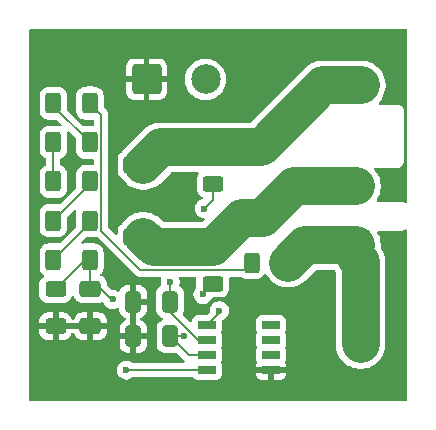
<source format=gbr>
%TF.GenerationSoftware,KiCad,Pcbnew,9.0.7*%
%TF.CreationDate,2026-02-01T23:09:28+05:00*%
%TF.ProjectId,HLT8012-Interface-board,484c5438-3031-4322-9d49-6e7465726661,rev?*%
%TF.SameCoordinates,Original*%
%TF.FileFunction,Copper,L1,Top*%
%TF.FilePolarity,Positive*%
%FSLAX46Y46*%
G04 Gerber Fmt 4.6, Leading zero omitted, Abs format (unit mm)*
G04 Created by KiCad (PCBNEW 9.0.7) date 2026-02-01 23:09:28*
%MOMM*%
%LPD*%
G01*
G04 APERTURE LIST*
G04 Aperture macros list*
%AMRoundRect*
0 Rectangle with rounded corners*
0 $1 Rounding radius*
0 $2 $3 $4 $5 $6 $7 $8 $9 X,Y pos of 4 corners*
0 Add a 4 corners polygon primitive as box body*
4,1,4,$2,$3,$4,$5,$6,$7,$8,$9,$2,$3,0*
0 Add four circle primitives for the rounded corners*
1,1,$1+$1,$2,$3*
1,1,$1+$1,$4,$5*
1,1,$1+$1,$6,$7*
1,1,$1+$1,$8,$9*
0 Add four rect primitives between the rounded corners*
20,1,$1+$1,$2,$3,$4,$5,0*
20,1,$1+$1,$4,$5,$6,$7,0*
20,1,$1+$1,$6,$7,$8,$9,0*
20,1,$1+$1,$8,$9,$2,$3,0*%
G04 Aperture macros list end*
%TA.AperFunction,SMDPad,CuDef*%
%ADD10RoundRect,0.249999X-1.425001X0.450001X-1.425001X-0.450001X1.425001X-0.450001X1.425001X0.450001X0*%
%TD*%
%TA.AperFunction,SMDPad,CuDef*%
%ADD11RoundRect,0.250000X0.412500X0.650000X-0.412500X0.650000X-0.412500X-0.650000X0.412500X-0.650000X0*%
%TD*%
%TA.AperFunction,SMDPad,CuDef*%
%ADD12RoundRect,0.250000X-0.412500X-0.650000X0.412500X-0.650000X0.412500X0.650000X-0.412500X0.650000X0*%
%TD*%
%TA.AperFunction,SMDPad,CuDef*%
%ADD13RoundRect,0.250000X-0.650000X0.412500X-0.650000X-0.412500X0.650000X-0.412500X0.650000X0.412500X0*%
%TD*%
%TA.AperFunction,SMDPad,CuDef*%
%ADD14R,1.525000X0.650000*%
%TD*%
%TA.AperFunction,SMDPad,CuDef*%
%ADD15RoundRect,0.250000X-0.625000X0.400000X-0.625000X-0.400000X0.625000X-0.400000X0.625000X0.400000X0*%
%TD*%
%TA.AperFunction,SMDPad,CuDef*%
%ADD16RoundRect,0.250000X-0.400000X-0.625000X0.400000X-0.625000X0.400000X0.625000X-0.400000X0.625000X0*%
%TD*%
%TA.AperFunction,ComponentPad*%
%ADD17RoundRect,0.250000X1.000000X-1.000000X1.000000X1.000000X-1.000000X1.000000X-1.000000X-1.000000X0*%
%TD*%
%TA.AperFunction,ComponentPad*%
%ADD18C,2.500000*%
%TD*%
%TA.AperFunction,ComponentPad*%
%ADD19C,3.000000*%
%TD*%
%TA.AperFunction,ComponentPad*%
%ADD20RoundRect,0.250000X-1.000000X-1.000000X1.000000X-1.000000X1.000000X1.000000X-1.000000X1.000000X0*%
%TD*%
%TA.AperFunction,ViaPad*%
%ADD21C,0.600000*%
%TD*%
%TA.AperFunction,Conductor*%
%ADD22C,0.200000*%
%TD*%
%TA.AperFunction,Conductor*%
%ADD23C,3.200000*%
%TD*%
G04 APERTURE END LIST*
D10*
%TO.P,R10,1*%
%TO.N,+AC*%
X120375000Y-116775000D03*
%TO.P,R10,2*%
%TO.N,/LOAD*%
X120375000Y-122875000D03*
%TD*%
D11*
%TO.P,C3,1*%
%TO.N,Net-(U1-V1N)*%
X122662500Y-131300000D03*
%TO.P,C3,2*%
%TO.N,GND*%
X119537500Y-131300000D03*
%TD*%
D12*
%TO.P,C2,2*%
%TO.N,Net-(U1-V1P)*%
X122637500Y-128350000D03*
%TO.P,C2,1*%
%TO.N,GND*%
X119512500Y-128350000D03*
%TD*%
D13*
%TO.P,C1,2*%
%TO.N,GND*%
X115900000Y-130437500D03*
%TO.P,C1,1*%
%TO.N,V2P*%
X115900000Y-127312500D03*
%TD*%
D14*
%TO.P,U1,1,VDD*%
%TO.N,+5V*%
X125763000Y-130345000D03*
%TO.P,U1,2,V1P*%
%TO.N,Net-(U1-V1P)*%
X125763000Y-131615000D03*
%TO.P,U1,3,V1N*%
%TO.N,Net-(U1-V1N)*%
X125763000Y-132885000D03*
%TO.P,U1,4,V2P*%
%TO.N,V2P*%
X125763000Y-134155000D03*
%TO.P,U1,5,GND*%
%TO.N,GND*%
X131187000Y-134155000D03*
%TO.P,U1,6,CF*%
%TO.N,CF*%
X131187000Y-132885000D03*
%TO.P,U1,7,CF1*%
%TO.N,CF1*%
X131187000Y-131615000D03*
%TO.P,U1,8,SEL*%
%TO.N,SEL*%
X131187000Y-130345000D03*
%TD*%
D15*
%TO.P,R9,1*%
%TO.N,/LOAD*%
X126250000Y-123750000D03*
%TO.P,R9,2*%
%TO.N,Net-(U1-V1N)*%
X126250000Y-126850000D03*
%TD*%
%TO.P,R8,1*%
%TO.N,+AC*%
X126300000Y-115300000D03*
%TO.P,R8,2*%
%TO.N,Net-(U1-V1P)*%
X126300000Y-118400000D03*
%TD*%
%TO.P,R7,1*%
%TO.N,V2P*%
X112950000Y-127325000D03*
%TO.P,R7,2*%
%TO.N,GND*%
X112950000Y-130425000D03*
%TD*%
D16*
%TO.P,R6,1*%
%TO.N,Net-(R5-Pad2)*%
X112757500Y-124805000D03*
%TO.P,R6,2*%
%TO.N,V2P*%
X115857500Y-124805000D03*
%TD*%
%TO.P,R5,1*%
%TO.N,Net-(R4-Pad2)*%
X112757500Y-121495000D03*
%TO.P,R5,2*%
%TO.N,Net-(R5-Pad2)*%
X115857500Y-121495000D03*
%TD*%
%TO.P,R4,1*%
%TO.N,Net-(R3-Pad1)*%
X112757500Y-118185000D03*
%TO.P,R4,2*%
%TO.N,Net-(R4-Pad2)*%
X115857500Y-118185000D03*
%TD*%
%TO.P,R3,1*%
%TO.N,Net-(R3-Pad1)*%
X112757500Y-114875000D03*
%TO.P,R3,2*%
%TO.N,Net-(R2-Pad1)*%
X115857500Y-114875000D03*
%TD*%
%TO.P,R2,1*%
%TO.N,Net-(R2-Pad1)*%
X112757500Y-111565000D03*
%TO.P,R2,2*%
%TO.N,Net-(R1-Pad1)*%
X115857500Y-111565000D03*
%TD*%
%TO.P,R1,1*%
%TO.N,Net-(R1-Pad1)*%
X129550000Y-125050000D03*
%TO.P,R1,2*%
%TO.N,-AC*%
X132650000Y-125050000D03*
%TD*%
D17*
%TO.P,J3,1,Pin_1*%
%TO.N,-AC*%
X138392500Y-123600000D03*
D18*
%TO.P,J3,2,Pin_2*%
%TO.N,/LOAD*%
X138392500Y-118600000D03*
%TD*%
D19*
%TO.P,J2,1,Pin_1*%
%TO.N,-AC*%
X138775000Y-131950000D03*
%TD*%
%TO.P,J1,1,Pin_1*%
%TO.N,+AC*%
X138800000Y-110050000D03*
%TD*%
D20*
%TO.P,J4,1,Pin_1*%
%TO.N,GND*%
X120650000Y-109525000D03*
D18*
%TO.P,J4,2,Pin_2*%
%TO.N,+5V*%
X125650000Y-109525000D03*
%TD*%
D21*
%TO.N,V2P*%
X117775000Y-128175000D03*
X118950000Y-134150000D03*
%TO.N,+5V*%
X126825000Y-129125000D03*
%TO.N,Net-(U1-V1P)*%
X122650000Y-126675000D03*
X125550000Y-120475000D03*
%TO.N,Net-(U1-V1N)*%
X123794485Y-131255515D03*
X125425000Y-127750000D03*
%TD*%
D22*
%TO.N,V2P*%
X117675000Y-128175000D02*
X116812500Y-127312500D01*
X125763000Y-134155000D02*
X118955000Y-134155000D01*
X118955000Y-134155000D02*
X118950000Y-134150000D01*
X117775000Y-128175000D02*
X117675000Y-128175000D01*
X116812500Y-127312500D02*
X115900000Y-127312500D01*
X115900000Y-127312500D02*
X115900000Y-124847500D01*
X115900000Y-124847500D02*
X115857500Y-124805000D01*
X115857500Y-124805000D02*
X115470000Y-124805000D01*
X115470000Y-124805000D02*
X112950000Y-127325000D01*
%TO.N,+5V*%
X126825000Y-129125000D02*
X126825000Y-129283000D01*
X126825000Y-129283000D02*
X125763000Y-130345000D01*
%TO.N,Net-(U1-V1P)*%
X126300000Y-118400000D02*
X126300000Y-119725000D01*
X126300000Y-119725000D02*
X125550000Y-120475000D01*
X122650000Y-128337500D02*
X122637500Y-128350000D01*
X122650000Y-126675000D02*
X122650000Y-128337500D01*
%TO.N,Net-(U1-V1N)*%
X125425000Y-127750000D02*
X125425000Y-127675000D01*
X123750000Y-131300000D02*
X123794485Y-131255515D01*
X122662500Y-131300000D02*
X123750000Y-131300000D01*
X125425000Y-127675000D02*
X126250000Y-126850000D01*
%TO.N,Net-(R1-Pad1)*%
X129550000Y-125050000D02*
X128949000Y-125651000D01*
X116808500Y-112516000D02*
X115857500Y-111565000D01*
X128949000Y-125651000D02*
X120104340Y-125651000D01*
X120104340Y-125651000D02*
X116808500Y-122355160D01*
X116808500Y-122355160D02*
X116808500Y-112516000D01*
%TO.N,V2P*%
X125763000Y-134155000D02*
X125708000Y-134100000D01*
%TO.N,Net-(U1-V1N)*%
X125763000Y-132885000D02*
X124247500Y-132885000D01*
X124247500Y-132885000D02*
X122662500Y-131300000D01*
X125678000Y-132800000D02*
X125763000Y-132885000D01*
%TO.N,Net-(U1-V1P)*%
X122637500Y-128350000D02*
X122637500Y-129250000D01*
X125002500Y-131615000D02*
X125763000Y-131615000D01*
X122637500Y-129250000D02*
X125002500Y-131615000D01*
D23*
%TO.N,/LOAD*%
X126250000Y-123750000D02*
X128750000Y-121250000D01*
X128750000Y-121250000D02*
X130475000Y-121250000D01*
X126250000Y-123750000D02*
X121250000Y-123750000D01*
X121250000Y-123750000D02*
X120375000Y-122875000D01*
%TO.N,+AC*%
X120375000Y-116775000D02*
X121850000Y-115300000D01*
X121850000Y-115300000D02*
X126300000Y-115300000D01*
X126300000Y-115300000D02*
X130325000Y-115300000D01*
X130325000Y-115300000D02*
X130475000Y-115150000D01*
D22*
%TO.N,V2P*%
X115857500Y-124292500D02*
X115857500Y-124805000D01*
%TO.N,Net-(R1-Pad1)*%
X115857500Y-110690000D02*
X115857500Y-111565000D01*
D23*
%TO.N,-AC*%
X138392500Y-123600000D02*
X134100000Y-123600000D01*
X134100000Y-123600000D02*
X132650000Y-125050000D01*
%TO.N,/LOAD*%
X138392500Y-118600000D02*
X133125000Y-118600000D01*
X133125000Y-118600000D02*
X130475000Y-121250000D01*
%TO.N,+AC*%
X138800000Y-110050000D02*
X135575000Y-110050000D01*
X135575000Y-110050000D02*
X130475000Y-115150000D01*
D22*
%TO.N,Net-(R5-Pad2)*%
X115857500Y-121495000D02*
X115857500Y-121705000D01*
X115857500Y-121705000D02*
X112757500Y-124805000D01*
%TO.N,Net-(R4-Pad2)*%
X115857500Y-118185000D02*
X115857500Y-118395000D01*
X115857500Y-118395000D02*
X112757500Y-121495000D01*
%TO.N,Net-(R3-Pad1)*%
X112757500Y-114875000D02*
X112757500Y-118185000D01*
%TO.N,Net-(R2-Pad1)*%
X112757500Y-111565000D02*
X112757500Y-111775000D01*
X112757500Y-111775000D02*
X115857500Y-114875000D01*
D23*
%TO.N,-AC*%
X138775000Y-131950000D02*
X138775000Y-125033500D01*
X138775000Y-125033500D02*
X138392500Y-124651000D01*
%TD*%
%TA.AperFunction,Conductor*%
%TO.N,GND*%
G36*
X142667539Y-105277685D02*
G01*
X142713294Y-105330489D01*
X142724500Y-105382000D01*
X142724500Y-119895684D01*
X142704815Y-119962723D01*
X142652011Y-120008478D01*
X142582853Y-120018422D01*
X142538500Y-120003071D01*
X142418189Y-119933609D01*
X142418186Y-119933608D01*
X142290892Y-119899500D01*
X142290891Y-119899500D01*
X140282455Y-119899500D01*
X140215416Y-119879815D01*
X140169661Y-119827011D01*
X140159717Y-119757853D01*
X140175066Y-119713503D01*
X140280423Y-119531021D01*
X140385795Y-119276632D01*
X140457060Y-119010666D01*
X140493000Y-118737674D01*
X140493000Y-118462326D01*
X140457060Y-118189334D01*
X140385795Y-117923368D01*
X140280423Y-117668979D01*
X140280421Y-117668976D01*
X140280419Y-117668971D01*
X140208461Y-117544337D01*
X140142749Y-117430521D01*
X140023422Y-117275010D01*
X139975129Y-117212073D01*
X139972451Y-117209019D01*
X139973168Y-117208390D01*
X139941753Y-117150858D01*
X139946737Y-117081166D01*
X139988609Y-117025233D01*
X140054073Y-117000816D01*
X140062919Y-117000500D01*
X141990890Y-117000500D01*
X141990892Y-117000500D01*
X142118186Y-116966392D01*
X142232314Y-116900500D01*
X142325500Y-116807314D01*
X142391392Y-116693186D01*
X142425500Y-116565892D01*
X142425500Y-112231302D01*
X142429809Y-112196995D01*
X142425500Y-112165704D01*
X142425500Y-112134108D01*
X142416548Y-112100700D01*
X142411831Y-112066443D01*
X142399570Y-112037336D01*
X142397370Y-112029123D01*
X142391392Y-112006815D01*
X142391392Y-112006814D01*
X142377976Y-111983577D01*
X142377976Y-111983576D01*
X142374097Y-111976857D01*
X142360676Y-111944993D01*
X142341296Y-111920045D01*
X142337047Y-111912685D01*
X142325504Y-111892692D01*
X142325501Y-111892689D01*
X142325500Y-111892686D01*
X142301044Y-111868230D01*
X142279829Y-111840920D01*
X142254652Y-111821838D01*
X142232314Y-111799500D01*
X142232311Y-111799498D01*
X142232307Y-111799495D01*
X142209080Y-111786084D01*
X142209080Y-111786085D01*
X142202358Y-111782204D01*
X142174802Y-111761319D01*
X142145547Y-111749404D01*
X142138186Y-111745155D01*
X142118184Y-111733607D01*
X142118182Y-111733606D01*
X142092269Y-111726662D01*
X142092269Y-111726663D01*
X142084779Y-111724656D01*
X142052751Y-111711613D01*
X142021407Y-111707675D01*
X142013196Y-111705475D01*
X141990886Y-111699498D01*
X141989158Y-111699271D01*
X141982188Y-111699003D01*
X141979120Y-111698130D01*
X141946032Y-111697615D01*
X141944608Y-111697561D01*
X141944144Y-111697405D01*
X141933918Y-111696686D01*
X141902469Y-111692737D01*
X141902460Y-111692737D01*
X141884407Y-111695223D01*
X141865571Y-111696367D01*
X141569979Y-111691780D01*
X141569978Y-111691780D01*
X141558373Y-111691599D01*
X141554587Y-111690585D01*
X141492540Y-111690578D01*
X141491574Y-111690563D01*
X141491573Y-111690562D01*
X141430519Y-111689615D01*
X141429387Y-111689747D01*
X141415119Y-111690569D01*
X140429441Y-111690464D01*
X140362403Y-111670772D01*
X140316654Y-111617963D01*
X140306718Y-111548804D01*
X140335750Y-111485251D01*
X140341774Y-111478782D01*
X140382624Y-111437932D01*
X140382628Y-111437928D01*
X140550249Y-111219479D01*
X140687923Y-110981021D01*
X140793295Y-110726632D01*
X140864560Y-110460666D01*
X140900500Y-110187674D01*
X140900500Y-109912326D01*
X140864560Y-109639334D01*
X140793295Y-109373368D01*
X140687923Y-109118979D01*
X140687921Y-109118976D01*
X140687919Y-109118971D01*
X140630842Y-109020112D01*
X140550249Y-108880521D01*
X140382628Y-108662072D01*
X140382623Y-108662066D01*
X140187933Y-108467376D01*
X140187926Y-108467370D01*
X139969483Y-108299754D01*
X139969482Y-108299753D01*
X139969479Y-108299751D01*
X139874407Y-108244861D01*
X139731028Y-108162080D01*
X139731017Y-108162075D01*
X139476630Y-108056704D01*
X139343649Y-108021072D01*
X139210666Y-107985440D01*
X139210660Y-107985439D01*
X139210655Y-107985438D01*
X138937684Y-107949501D01*
X138937679Y-107949500D01*
X138937674Y-107949500D01*
X135437326Y-107949500D01*
X135437320Y-107949500D01*
X135437315Y-107949501D01*
X135164344Y-107985438D01*
X135164337Y-107985439D01*
X135164334Y-107985440D01*
X135108125Y-108000500D01*
X134898369Y-108056704D01*
X134669268Y-108151602D01*
X134658791Y-108155941D01*
X134643977Y-108162077D01*
X134643975Y-108162078D01*
X134405520Y-108299750D01*
X134187073Y-108467370D01*
X134187066Y-108467376D01*
X129491263Y-113163181D01*
X129429940Y-113196666D01*
X129403582Y-113199500D01*
X126437674Y-113199500D01*
X121712326Y-113199500D01*
X121712320Y-113199500D01*
X121712315Y-113199501D01*
X121439344Y-113235438D01*
X121439337Y-113235439D01*
X121439334Y-113235440D01*
X121383125Y-113250500D01*
X121173369Y-113306704D01*
X120918985Y-113412074D01*
X120918975Y-113412078D01*
X120680520Y-113549750D01*
X120462073Y-113717370D01*
X120462066Y-113717376D01*
X118792376Y-115387066D01*
X118792370Y-115387073D01*
X118624757Y-115605511D01*
X118624747Y-115605526D01*
X118606046Y-115637917D01*
X118563758Y-115681453D01*
X118481344Y-115732287D01*
X118357289Y-115856342D01*
X118265187Y-116005662D01*
X118265186Y-116005665D01*
X118210001Y-116172202D01*
X118210001Y-116172203D01*
X118210000Y-116172203D01*
X118199500Y-116274982D01*
X118199500Y-117275017D01*
X118210000Y-117377796D01*
X118265185Y-117544332D01*
X118265187Y-117544337D01*
X118357289Y-117693657D01*
X118481343Y-117817711D01*
X118481347Y-117817714D01*
X118563756Y-117868545D01*
X118606045Y-117912082D01*
X118612562Y-117923369D01*
X118624751Y-117944480D01*
X118624756Y-117944486D01*
X118624757Y-117944488D01*
X118792370Y-118162926D01*
X118792376Y-118162933D01*
X118987066Y-118357623D01*
X118987073Y-118357629D01*
X119205520Y-118525249D01*
X119443975Y-118662921D01*
X119443976Y-118662921D01*
X119443979Y-118662923D01*
X119698368Y-118768294D01*
X119964334Y-118839559D01*
X120237326Y-118875500D01*
X120237333Y-118875500D01*
X120512667Y-118875500D01*
X120512674Y-118875500D01*
X120785666Y-118839559D01*
X121051632Y-118768294D01*
X121306021Y-118662923D01*
X121544480Y-118525249D01*
X121762928Y-118357628D01*
X122683737Y-117436819D01*
X122745060Y-117403334D01*
X122771418Y-117400500D01*
X124940819Y-117400500D01*
X125007858Y-117420185D01*
X125053613Y-117472989D01*
X125063557Y-117542147D01*
X125046358Y-117589594D01*
X125024925Y-117624344D01*
X124990187Y-117680663D01*
X124990185Y-117680668D01*
X124985881Y-117693657D01*
X124935001Y-117847203D01*
X124935001Y-117847204D01*
X124935000Y-117847204D01*
X124924500Y-117949983D01*
X124924500Y-118850001D01*
X124924501Y-118850019D01*
X124935000Y-118952796D01*
X124935001Y-118952799D01*
X124990185Y-119119331D01*
X124990186Y-119119334D01*
X125082288Y-119268656D01*
X125206344Y-119392712D01*
X125348272Y-119480253D01*
X125394997Y-119532201D01*
X125406220Y-119601163D01*
X125378377Y-119665245D01*
X125322114Y-119702893D01*
X125322130Y-119702932D01*
X125321937Y-119703011D01*
X125320308Y-119704102D01*
X125319186Y-119704448D01*
X125316507Y-119705260D01*
X125170827Y-119765602D01*
X125170814Y-119765609D01*
X125039711Y-119853210D01*
X125039707Y-119853213D01*
X124928213Y-119964707D01*
X124928210Y-119964711D01*
X124840609Y-120095814D01*
X124840602Y-120095827D01*
X124780264Y-120241498D01*
X124780261Y-120241510D01*
X124749500Y-120396153D01*
X124749500Y-120553846D01*
X124780261Y-120708489D01*
X124780264Y-120708501D01*
X124840602Y-120854172D01*
X124840609Y-120854185D01*
X124928210Y-120985288D01*
X124928213Y-120985292D01*
X125039707Y-121096786D01*
X125039711Y-121096789D01*
X125170814Y-121184390D01*
X125170827Y-121184397D01*
X125314436Y-121243881D01*
X125316503Y-121244737D01*
X125374767Y-121256326D01*
X125477132Y-121276689D01*
X125476710Y-121278807D01*
X125482692Y-121281222D01*
X125498854Y-121282378D01*
X125514425Y-121294034D01*
X125532458Y-121301315D01*
X125541816Y-121314538D01*
X125554788Y-121324249D01*
X125561585Y-121342472D01*
X125572820Y-121358348D01*
X125573543Y-121374533D01*
X125579205Y-121389713D01*
X125575070Y-121408717D01*
X125575939Y-121428147D01*
X125567640Y-121442873D01*
X125564353Y-121457986D01*
X125543204Y-121486239D01*
X125416261Y-121613182D01*
X125354941Y-121646666D01*
X125328582Y-121649500D01*
X122171418Y-121649500D01*
X122104379Y-121629815D01*
X122083737Y-121613181D01*
X121762926Y-121292370D01*
X121544479Y-121124750D01*
X121306024Y-120987078D01*
X121306014Y-120987074D01*
X121051641Y-120881709D01*
X121051634Y-120881707D01*
X121051632Y-120881706D01*
X120785666Y-120810441D01*
X120725001Y-120802454D01*
X120512681Y-120774500D01*
X120512674Y-120774500D01*
X120237326Y-120774500D01*
X120237318Y-120774500D01*
X119994666Y-120806447D01*
X119964334Y-120810441D01*
X119698368Y-120881706D01*
X119698358Y-120881709D01*
X119443985Y-120987074D01*
X119443975Y-120987078D01*
X119205520Y-121124750D01*
X118987073Y-121292370D01*
X118987066Y-121292376D01*
X118792376Y-121487066D01*
X118792370Y-121487073D01*
X118624757Y-121705511D01*
X118624747Y-121705526D01*
X118606046Y-121737917D01*
X118563758Y-121781453D01*
X118481344Y-121832287D01*
X118357289Y-121956342D01*
X118265187Y-122105662D01*
X118265185Y-122105667D01*
X118248071Y-122157314D01*
X118210001Y-122272202D01*
X118210001Y-122272203D01*
X118210000Y-122272203D01*
X118199500Y-122374982D01*
X118199500Y-122597562D01*
X118179815Y-122664601D01*
X118127011Y-122710356D01*
X118057853Y-122720300D01*
X117994297Y-122691275D01*
X117987819Y-122685243D01*
X117445319Y-122142743D01*
X117411834Y-122081420D01*
X117409000Y-122055062D01*
X117409000Y-112436945D01*
X117409000Y-112436943D01*
X117392939Y-112377003D01*
X117368077Y-112284215D01*
X117317720Y-112196995D01*
X117289020Y-112147284D01*
X117177216Y-112035480D01*
X117177215Y-112035479D01*
X117172885Y-112031149D01*
X117172874Y-112031139D01*
X117044318Y-111902583D01*
X117010833Y-111841260D01*
X117007999Y-111814902D01*
X117007999Y-110889998D01*
X117007998Y-110889981D01*
X116997499Y-110787203D01*
X116997498Y-110787200D01*
X116942314Y-110620666D01*
X116850212Y-110471344D01*
X116726156Y-110347288D01*
X116576834Y-110255186D01*
X116410297Y-110200001D01*
X116410295Y-110200000D01*
X116307516Y-110189500D01*
X116307509Y-110189500D01*
X116224834Y-110189500D01*
X116162834Y-110172887D01*
X116089286Y-110130424D01*
X116089285Y-110130423D01*
X116089284Y-110130423D01*
X115936557Y-110089500D01*
X115778443Y-110089500D01*
X115625716Y-110130423D01*
X115625711Y-110130425D01*
X115552161Y-110172888D01*
X115490164Y-110189500D01*
X115407499Y-110189500D01*
X115407480Y-110189501D01*
X115304703Y-110200000D01*
X115304700Y-110200001D01*
X115138168Y-110255185D01*
X115138163Y-110255187D01*
X114988842Y-110347289D01*
X114864789Y-110471342D01*
X114772687Y-110620663D01*
X114772686Y-110620666D01*
X114717501Y-110787203D01*
X114717501Y-110787204D01*
X114717500Y-110787204D01*
X114707001Y-110889981D01*
X114707000Y-110889996D01*
X114707000Y-112240001D01*
X114707001Y-112240018D01*
X114717500Y-112342796D01*
X114717501Y-112342799D01*
X114772685Y-112509331D01*
X114772686Y-112509334D01*
X114864788Y-112658656D01*
X114988844Y-112782712D01*
X115138166Y-112874814D01*
X115304703Y-112929999D01*
X115407491Y-112940500D01*
X116084000Y-112940499D01*
X116151039Y-112960183D01*
X116196794Y-113012987D01*
X116208000Y-113064499D01*
X116208000Y-113375500D01*
X116188315Y-113442539D01*
X116135511Y-113488294D01*
X116084000Y-113499500D01*
X115407499Y-113499500D01*
X115407483Y-113499501D01*
X115396913Y-113500581D01*
X115328221Y-113487807D01*
X115296638Y-113464903D01*
X113944318Y-112112583D01*
X113910833Y-112051260D01*
X113907999Y-112024902D01*
X113907999Y-110889998D01*
X113907998Y-110889981D01*
X113897499Y-110787203D01*
X113897498Y-110787200D01*
X113842314Y-110620666D01*
X113750212Y-110471344D01*
X113626156Y-110347288D01*
X113476834Y-110255186D01*
X113310297Y-110200001D01*
X113310295Y-110200000D01*
X113207510Y-110189500D01*
X112307498Y-110189500D01*
X112307480Y-110189501D01*
X112204703Y-110200000D01*
X112204700Y-110200001D01*
X112038168Y-110255185D01*
X112038163Y-110255187D01*
X111888842Y-110347289D01*
X111764789Y-110471342D01*
X111672687Y-110620663D01*
X111672686Y-110620666D01*
X111617501Y-110787203D01*
X111617501Y-110787204D01*
X111617500Y-110787204D01*
X111607001Y-110889981D01*
X111607000Y-110889996D01*
X111607000Y-112240001D01*
X111607001Y-112240018D01*
X111617500Y-112342796D01*
X111617501Y-112342799D01*
X111672685Y-112509331D01*
X111672686Y-112509334D01*
X111764788Y-112658656D01*
X111888844Y-112782712D01*
X112038166Y-112874814D01*
X112204703Y-112929999D01*
X112307491Y-112940500D01*
X113022402Y-112940499D01*
X113089441Y-112960183D01*
X113110083Y-112976818D01*
X113438324Y-113305059D01*
X113471809Y-113366382D01*
X113466825Y-113436074D01*
X113424953Y-113492007D01*
X113359489Y-113516424D01*
X113316979Y-113511113D01*
X113316914Y-113511418D01*
X113313402Y-113510666D01*
X113311640Y-113510446D01*
X113310299Y-113510001D01*
X113310295Y-113510000D01*
X113207510Y-113499500D01*
X112307498Y-113499500D01*
X112307480Y-113499501D01*
X112204703Y-113510000D01*
X112204700Y-113510001D01*
X112038168Y-113565185D01*
X112038163Y-113565187D01*
X111888842Y-113657289D01*
X111764789Y-113781342D01*
X111672687Y-113930663D01*
X111672685Y-113930668D01*
X111660978Y-113965997D01*
X111617501Y-114097203D01*
X111617501Y-114097204D01*
X111617500Y-114097204D01*
X111607000Y-114199983D01*
X111607000Y-115550001D01*
X111607001Y-115550018D01*
X111617500Y-115652796D01*
X111617501Y-115652799D01*
X111672685Y-115819331D01*
X111672686Y-115819334D01*
X111764788Y-115968656D01*
X111888844Y-116092712D01*
X112038166Y-116184814D01*
X112072000Y-116196025D01*
X112129447Y-116235796D01*
X112156272Y-116300311D01*
X112157000Y-116313732D01*
X112157000Y-116746267D01*
X112137315Y-116813306D01*
X112084511Y-116859061D01*
X112072006Y-116863972D01*
X112038171Y-116875184D01*
X112038163Y-116875187D01*
X111888842Y-116967289D01*
X111764789Y-117091342D01*
X111672687Y-117240663D01*
X111672685Y-117240668D01*
X111661303Y-117275017D01*
X111617501Y-117407203D01*
X111617501Y-117407204D01*
X111617500Y-117407204D01*
X111607000Y-117509983D01*
X111607000Y-118860001D01*
X111607001Y-118860018D01*
X111617500Y-118962796D01*
X111617501Y-118962799D01*
X111669371Y-119119331D01*
X111672686Y-119129334D01*
X111764788Y-119278656D01*
X111888844Y-119402712D01*
X112038166Y-119494814D01*
X112204703Y-119549999D01*
X112307491Y-119560500D01*
X113207508Y-119560499D01*
X113207516Y-119560498D01*
X113207519Y-119560498D01*
X113305392Y-119550500D01*
X113310297Y-119549999D01*
X113476834Y-119494814D01*
X113626156Y-119402712D01*
X113750212Y-119278656D01*
X113842314Y-119129334D01*
X113897499Y-118962797D01*
X113908000Y-118860009D01*
X113907999Y-117509992D01*
X113897499Y-117407203D01*
X113842314Y-117240666D01*
X113750212Y-117091344D01*
X113626156Y-116967288D01*
X113476834Y-116875186D01*
X113476828Y-116875184D01*
X113442994Y-116863972D01*
X113385550Y-116824199D01*
X113358728Y-116759683D01*
X113358000Y-116746267D01*
X113358000Y-116313732D01*
X113377685Y-116246693D01*
X113430489Y-116200938D01*
X113442995Y-116196026D01*
X113476834Y-116184814D01*
X113626156Y-116092712D01*
X113750212Y-115968656D01*
X113842314Y-115819334D01*
X113897499Y-115652797D01*
X113908000Y-115550009D01*
X113907999Y-114199992D01*
X113897499Y-114097203D01*
X113897057Y-114095869D01*
X113897026Y-114094997D01*
X113896081Y-114090578D01*
X113896868Y-114090409D01*
X113894650Y-114026041D01*
X113930378Y-113965997D01*
X113992896Y-113934800D01*
X114062356Y-113942355D01*
X114102441Y-113969176D01*
X114670681Y-114537416D01*
X114704166Y-114598739D01*
X114707000Y-114625097D01*
X114707000Y-115550001D01*
X114707001Y-115550019D01*
X114717500Y-115652796D01*
X114717501Y-115652799D01*
X114772685Y-115819331D01*
X114772686Y-115819334D01*
X114864788Y-115968656D01*
X114988844Y-116092712D01*
X115138166Y-116184814D01*
X115304703Y-116239999D01*
X115407491Y-116250500D01*
X116084000Y-116250499D01*
X116151039Y-116270183D01*
X116196794Y-116322987D01*
X116208000Y-116374499D01*
X116208000Y-116685500D01*
X116188315Y-116752539D01*
X116135511Y-116798294D01*
X116084000Y-116809500D01*
X115407498Y-116809500D01*
X115407480Y-116809501D01*
X115304703Y-116820000D01*
X115304700Y-116820001D01*
X115138168Y-116875185D01*
X115138163Y-116875187D01*
X114988842Y-116967289D01*
X114864789Y-117091342D01*
X114772687Y-117240663D01*
X114772685Y-117240668D01*
X114761303Y-117275017D01*
X114717501Y-117407203D01*
X114717501Y-117407204D01*
X114717500Y-117407204D01*
X114707000Y-117509983D01*
X114707000Y-118644902D01*
X114687315Y-118711941D01*
X114670681Y-118732583D01*
X113318361Y-120084902D01*
X113257038Y-120118387D01*
X113218082Y-120120579D01*
X113207528Y-120119501D01*
X113207512Y-120119500D01*
X113207509Y-120119500D01*
X113207503Y-120119500D01*
X112307498Y-120119500D01*
X112307480Y-120119501D01*
X112204703Y-120130000D01*
X112204700Y-120130001D01*
X112038168Y-120185185D01*
X112038163Y-120185187D01*
X111888842Y-120277289D01*
X111764789Y-120401342D01*
X111672687Y-120550663D01*
X111672685Y-120550668D01*
X111669370Y-120560673D01*
X111617501Y-120717203D01*
X111617501Y-120717204D01*
X111617500Y-120717204D01*
X111607000Y-120819983D01*
X111607000Y-122170001D01*
X111607001Y-122170018D01*
X111617500Y-122272796D01*
X111617501Y-122272799D01*
X111669766Y-122430521D01*
X111672686Y-122439334D01*
X111764788Y-122588656D01*
X111888844Y-122712712D01*
X112038166Y-122804814D01*
X112204703Y-122859999D01*
X112307491Y-122870500D01*
X113207508Y-122870499D01*
X113207516Y-122870498D01*
X113207519Y-122870498D01*
X113263802Y-122864748D01*
X113310297Y-122859999D01*
X113476834Y-122804814D01*
X113626156Y-122712712D01*
X113750212Y-122588656D01*
X113842314Y-122439334D01*
X113897499Y-122272797D01*
X113908000Y-122170009D01*
X113907999Y-121245095D01*
X113927683Y-121178057D01*
X113944313Y-121157420D01*
X114512561Y-120589172D01*
X114573882Y-120555689D01*
X114643574Y-120560673D01*
X114699507Y-120602545D01*
X114723924Y-120668009D01*
X114718614Y-120710521D01*
X114718918Y-120710586D01*
X114718169Y-120714079D01*
X114717949Y-120715849D01*
X114717502Y-120717196D01*
X114717500Y-120717204D01*
X114707000Y-120819983D01*
X114707000Y-121954902D01*
X114687315Y-122021941D01*
X114670681Y-122042583D01*
X113318361Y-123394902D01*
X113257038Y-123428387D01*
X113218082Y-123430579D01*
X113207528Y-123429501D01*
X113207512Y-123429500D01*
X113207509Y-123429500D01*
X113207503Y-123429500D01*
X112307498Y-123429500D01*
X112307480Y-123429501D01*
X112204703Y-123440000D01*
X112204700Y-123440001D01*
X112038168Y-123495185D01*
X112038163Y-123495187D01*
X111888842Y-123587289D01*
X111764789Y-123711342D01*
X111672687Y-123860663D01*
X111672685Y-123860668D01*
X111669370Y-123870673D01*
X111617501Y-124027203D01*
X111617501Y-124027204D01*
X111617500Y-124027204D01*
X111607000Y-124129983D01*
X111607000Y-125480001D01*
X111607001Y-125480018D01*
X111617500Y-125582796D01*
X111617501Y-125582799D01*
X111672685Y-125749331D01*
X111672687Y-125749336D01*
X111707569Y-125805888D01*
X111764788Y-125898656D01*
X111888844Y-126022712D01*
X111952439Y-126061938D01*
X111999164Y-126113884D01*
X112010387Y-126182847D01*
X111982544Y-126246929D01*
X111952441Y-126273014D01*
X111856344Y-126332287D01*
X111732289Y-126456342D01*
X111640187Y-126605663D01*
X111640185Y-126605668D01*
X111631251Y-126632629D01*
X111585001Y-126772203D01*
X111585001Y-126772204D01*
X111585000Y-126772204D01*
X111574500Y-126874983D01*
X111574500Y-127775001D01*
X111574501Y-127775019D01*
X111585000Y-127877796D01*
X111585001Y-127877799D01*
X111632999Y-128022644D01*
X111640186Y-128044334D01*
X111732288Y-128193656D01*
X111856344Y-128317712D01*
X112005666Y-128409814D01*
X112172203Y-128464999D01*
X112274991Y-128475500D01*
X113625008Y-128475499D01*
X113727797Y-128464999D01*
X113894334Y-128409814D01*
X114043656Y-128317712D01*
X114167712Y-128193656D01*
X114259814Y-128044334D01*
X114294795Y-127938767D01*
X114334565Y-127881326D01*
X114399080Y-127854502D01*
X114467856Y-127866817D01*
X114519057Y-127914359D01*
X114530205Y-127938769D01*
X114565186Y-128044334D01*
X114657288Y-128193656D01*
X114781344Y-128317712D01*
X114930666Y-128409814D01*
X115097203Y-128464999D01*
X115199991Y-128475500D01*
X116600008Y-128475499D01*
X116702797Y-128464999D01*
X116869334Y-128409814D01*
X116869335Y-128409812D01*
X116876189Y-128407542D01*
X116876877Y-128409618D01*
X116935383Y-128400725D01*
X116999170Y-128429238D01*
X117033285Y-128476149D01*
X117065602Y-128554172D01*
X117065609Y-128554185D01*
X117153210Y-128685288D01*
X117153213Y-128685292D01*
X117264707Y-128796786D01*
X117264711Y-128796789D01*
X117395814Y-128884390D01*
X117395827Y-128884397D01*
X117510784Y-128932013D01*
X117541503Y-128944737D01*
X117696153Y-128975499D01*
X117696156Y-128975500D01*
X117696158Y-128975500D01*
X117853844Y-128975500D01*
X117853845Y-128975499D01*
X118008497Y-128944737D01*
X118154179Y-128884394D01*
X118157102Y-128882440D01*
X118158868Y-128881887D01*
X118159554Y-128881521D01*
X118159623Y-128881650D01*
X118223777Y-128861558D01*
X118291159Y-128880037D01*
X118337853Y-128932013D01*
X118350000Y-128985536D01*
X118350000Y-129049970D01*
X118350001Y-129049987D01*
X118360494Y-129152697D01*
X118415641Y-129319119D01*
X118415643Y-129319124D01*
X118507684Y-129468345D01*
X118631654Y-129592315D01*
X118780875Y-129684356D01*
X118780882Y-129684359D01*
X118862594Y-129711435D01*
X118920039Y-129751207D01*
X118946863Y-129815722D01*
X118934549Y-129884498D01*
X118887006Y-129935699D01*
X118862597Y-129946846D01*
X118805884Y-129965639D01*
X118805875Y-129965643D01*
X118656654Y-130057684D01*
X118532684Y-130181654D01*
X118440643Y-130330875D01*
X118440641Y-130330880D01*
X118385494Y-130497302D01*
X118385493Y-130497309D01*
X118375000Y-130600013D01*
X118375000Y-131050000D01*
X119287500Y-131050000D01*
X119287500Y-129899849D01*
X119254195Y-129838859D01*
X119259179Y-129769167D01*
X119262500Y-129763999D01*
X119262500Y-129750149D01*
X119762500Y-129750149D01*
X119795804Y-129811141D01*
X119790820Y-129880833D01*
X119787500Y-129885999D01*
X119787500Y-131050000D01*
X120699999Y-131050000D01*
X120699999Y-130600028D01*
X120699998Y-130600013D01*
X120689505Y-130497302D01*
X120634358Y-130330880D01*
X120634356Y-130330875D01*
X120542315Y-130181654D01*
X120418345Y-130057684D01*
X120269124Y-129965643D01*
X120269119Y-129965641D01*
X120187404Y-129938564D01*
X120129959Y-129898792D01*
X120103136Y-129834276D01*
X120115451Y-129765500D01*
X120162994Y-129714300D01*
X120187404Y-129703152D01*
X120244119Y-129684358D01*
X120244124Y-129684356D01*
X120393345Y-129592315D01*
X120517315Y-129468345D01*
X120609356Y-129319124D01*
X120609358Y-129319119D01*
X120664505Y-129152697D01*
X120664506Y-129152690D01*
X120674999Y-129049986D01*
X120675000Y-129049973D01*
X120675000Y-128600000D01*
X119762500Y-128600000D01*
X119762500Y-129750149D01*
X119262500Y-129750149D01*
X119262500Y-128100000D01*
X119762500Y-128100000D01*
X120674999Y-128100000D01*
X120674999Y-127650028D01*
X120674998Y-127650013D01*
X120664505Y-127547302D01*
X120609358Y-127380880D01*
X120609356Y-127380875D01*
X120517315Y-127231654D01*
X120393345Y-127107684D01*
X120244124Y-127015643D01*
X120244119Y-127015641D01*
X120077697Y-126960494D01*
X120077690Y-126960493D01*
X119974986Y-126950000D01*
X119762500Y-126950000D01*
X119762500Y-128100000D01*
X119262500Y-128100000D01*
X119262500Y-126950000D01*
X119050029Y-126950000D01*
X119050012Y-126950001D01*
X118947302Y-126960494D01*
X118780880Y-127015641D01*
X118780875Y-127015643D01*
X118631654Y-127107684D01*
X118507684Y-127231654D01*
X118415643Y-127380875D01*
X118415642Y-127380878D01*
X118396474Y-127438724D01*
X118356701Y-127496168D01*
X118292185Y-127522991D01*
X118223409Y-127510676D01*
X118209878Y-127502822D01*
X118154183Y-127465608D01*
X118154172Y-127465602D01*
X118008501Y-127405264D01*
X118008489Y-127405261D01*
X117853845Y-127374500D01*
X117853842Y-127374500D01*
X117775097Y-127374500D01*
X117708058Y-127354815D01*
X117687416Y-127338181D01*
X117336818Y-126987583D01*
X117303333Y-126926260D01*
X117300499Y-126899902D01*
X117300499Y-126849998D01*
X117300498Y-126849981D01*
X117289999Y-126747203D01*
X117289998Y-126747200D01*
X117234814Y-126580666D01*
X117142712Y-126431344D01*
X117018656Y-126307288D01*
X116869334Y-126215186D01*
X116808050Y-126194878D01*
X116750607Y-126155106D01*
X116723784Y-126090590D01*
X116736099Y-126021814D01*
X116759369Y-125989498D01*
X116850212Y-125898656D01*
X116942314Y-125749334D01*
X116997499Y-125582797D01*
X117008000Y-125480009D01*
X117007999Y-124129992D01*
X117005188Y-124102478D01*
X116997499Y-124027203D01*
X116997498Y-124027200D01*
X116995285Y-124020521D01*
X116942314Y-123860666D01*
X116850212Y-123711344D01*
X116726156Y-123587288D01*
X116633388Y-123530069D01*
X116576836Y-123495187D01*
X116576831Y-123495185D01*
X116510928Y-123473347D01*
X116410297Y-123440001D01*
X116410295Y-123440000D01*
X116307510Y-123429500D01*
X115407498Y-123429500D01*
X115407480Y-123429501D01*
X115304703Y-123440000D01*
X115304692Y-123440003D01*
X115303350Y-123440448D01*
X115302474Y-123440478D01*
X115298078Y-123441419D01*
X115297910Y-123440634D01*
X115233521Y-123442844D01*
X115173483Y-123407107D01*
X115142295Y-123344584D01*
X115149862Y-123275126D01*
X115176672Y-123235061D01*
X115504916Y-122906818D01*
X115566239Y-122873333D01*
X115592597Y-122870499D01*
X116307502Y-122870499D01*
X116307508Y-122870499D01*
X116400500Y-122860999D01*
X116469190Y-122873768D01*
X116500780Y-122896675D01*
X119735624Y-126131520D01*
X119735626Y-126131521D01*
X119735630Y-126131524D01*
X119845366Y-126194879D01*
X119872556Y-126210577D01*
X120025283Y-126251501D01*
X120025285Y-126251501D01*
X120190994Y-126251501D01*
X120191010Y-126251500D01*
X121773386Y-126251500D01*
X121840425Y-126271185D01*
X121886180Y-126323989D01*
X121896124Y-126393147D01*
X121887947Y-126422950D01*
X121886892Y-126425499D01*
X121880263Y-126441502D01*
X121880261Y-126441510D01*
X121849500Y-126596153D01*
X121849500Y-126753846D01*
X121873598Y-126874991D01*
X121880263Y-126908497D01*
X121880264Y-126908500D01*
X121882031Y-126914324D01*
X121880894Y-126914668D01*
X121887692Y-126977862D01*
X121856419Y-127040343D01*
X121830758Y-127061388D01*
X121756347Y-127107285D01*
X121756343Y-127107288D01*
X121632289Y-127231342D01*
X121540187Y-127380663D01*
X121540185Y-127380668D01*
X121540115Y-127380880D01*
X121485001Y-127547203D01*
X121485001Y-127547204D01*
X121485000Y-127547204D01*
X121474500Y-127649983D01*
X121474500Y-129050001D01*
X121474501Y-129050018D01*
X121485000Y-129152796D01*
X121485001Y-129152799D01*
X121540115Y-129319119D01*
X121540186Y-129319334D01*
X121632288Y-129468656D01*
X121756344Y-129592712D01*
X121905666Y-129684814D01*
X121986007Y-129711436D01*
X122043450Y-129751207D01*
X122070274Y-129815723D01*
X122057959Y-129884499D01*
X122010417Y-129935699D01*
X121986009Y-129946846D01*
X121930670Y-129965184D01*
X121930663Y-129965187D01*
X121781342Y-130057289D01*
X121657289Y-130181342D01*
X121565187Y-130330663D01*
X121565185Y-130330668D01*
X121565115Y-130330880D01*
X121510001Y-130497203D01*
X121510001Y-130497204D01*
X121510000Y-130497204D01*
X121499500Y-130599983D01*
X121499500Y-132000001D01*
X121499501Y-132000018D01*
X121510000Y-132102796D01*
X121510001Y-132102799D01*
X121538935Y-132190114D01*
X121565186Y-132269334D01*
X121657288Y-132418656D01*
X121781344Y-132542712D01*
X121930666Y-132634814D01*
X122097203Y-132689999D01*
X122199991Y-132700500D01*
X123125008Y-132700499D01*
X123146918Y-132698260D01*
X123215608Y-132711028D01*
X123247202Y-132733937D01*
X123766978Y-133253713D01*
X123766980Y-133253716D01*
X123856085Y-133342821D01*
X123859406Y-133348903D01*
X123889568Y-133404141D01*
X123889567Y-133404142D01*
X123889568Y-133404143D01*
X123884584Y-133473834D01*
X123862021Y-133503974D01*
X123845263Y-133526361D01*
X123842712Y-133529768D01*
X123812815Y-133540918D01*
X123777249Y-133554184D01*
X123768402Y-133554500D01*
X119536691Y-133554500D01*
X119469652Y-133534815D01*
X119463805Y-133530560D01*
X119329185Y-133440609D01*
X119329172Y-133440602D01*
X119183501Y-133380264D01*
X119183489Y-133380261D01*
X119028845Y-133349500D01*
X119028842Y-133349500D01*
X118871158Y-133349500D01*
X118871155Y-133349500D01*
X118716510Y-133380261D01*
X118716498Y-133380264D01*
X118570827Y-133440602D01*
X118570814Y-133440609D01*
X118439711Y-133528210D01*
X118439707Y-133528213D01*
X118328213Y-133639707D01*
X118328210Y-133639711D01*
X118240609Y-133770814D01*
X118240602Y-133770827D01*
X118180264Y-133916498D01*
X118180261Y-133916510D01*
X118149500Y-134071153D01*
X118149500Y-134228846D01*
X118180261Y-134383489D01*
X118180264Y-134383501D01*
X118240602Y-134529172D01*
X118240609Y-134529185D01*
X118328210Y-134660288D01*
X118328213Y-134660292D01*
X118439707Y-134771786D01*
X118439711Y-134771789D01*
X118570814Y-134859390D01*
X118570827Y-134859397D01*
X118716498Y-134919735D01*
X118716503Y-134919737D01*
X118871153Y-134950499D01*
X118871156Y-134950500D01*
X118871158Y-134950500D01*
X119028844Y-134950500D01*
X119028845Y-134950499D01*
X119183497Y-134919737D01*
X119329179Y-134859394D01*
X119361874Y-134837548D01*
X119453392Y-134776398D01*
X119520070Y-134755520D01*
X119522283Y-134755500D01*
X124519465Y-134755500D01*
X124586504Y-134775185D01*
X124618732Y-134805190D01*
X124642949Y-134837541D01*
X124642952Y-134837544D01*
X124642954Y-134837546D01*
X124642957Y-134837548D01*
X124758164Y-134923793D01*
X124758171Y-134923797D01*
X124893017Y-134974091D01*
X124893016Y-134974091D01*
X124899944Y-134974835D01*
X124952627Y-134980500D01*
X126573372Y-134980499D01*
X126632983Y-134974091D01*
X126767831Y-134923796D01*
X126883046Y-134837546D01*
X126969296Y-134722331D01*
X127019591Y-134587483D01*
X127026000Y-134527873D01*
X127026000Y-134527844D01*
X129924500Y-134527844D01*
X129930901Y-134587372D01*
X129930903Y-134587379D01*
X129981145Y-134722086D01*
X129981149Y-134722093D01*
X130067309Y-134837187D01*
X130067312Y-134837190D01*
X130182406Y-134923350D01*
X130182413Y-134923354D01*
X130317120Y-134973596D01*
X130317127Y-134973598D01*
X130376655Y-134979999D01*
X130376672Y-134980000D01*
X130937000Y-134980000D01*
X131437000Y-134980000D01*
X131997328Y-134980000D01*
X131997344Y-134979999D01*
X132056872Y-134973598D01*
X132056879Y-134973596D01*
X132191586Y-134923354D01*
X132191593Y-134923350D01*
X132306687Y-134837190D01*
X132306690Y-134837187D01*
X132392850Y-134722093D01*
X132392854Y-134722086D01*
X132443096Y-134587379D01*
X132443098Y-134587372D01*
X132449499Y-134527844D01*
X132449500Y-134527827D01*
X132449500Y-134405000D01*
X131437000Y-134405000D01*
X131437000Y-134980000D01*
X130937000Y-134980000D01*
X130937000Y-134405000D01*
X129924500Y-134405000D01*
X129924500Y-134527844D01*
X127026000Y-134527844D01*
X127025999Y-134071158D01*
X127025999Y-133782129D01*
X127025998Y-133782123D01*
X127024783Y-133770821D01*
X127019603Y-133722627D01*
X127019591Y-133722516D01*
X126969297Y-133587670D01*
X126965047Y-133579888D01*
X126968257Y-133578134D01*
X126949861Y-133529001D01*
X126964627Y-133460709D01*
X126965252Y-133459736D01*
X126969297Y-133452329D01*
X126996175Y-133380264D01*
X127019591Y-133317483D01*
X127026000Y-133257873D01*
X127025999Y-132512128D01*
X127019591Y-132452517D01*
X126969297Y-132317671D01*
X126969297Y-132317670D01*
X126965047Y-132309888D01*
X126968257Y-132308134D01*
X126949861Y-132259001D01*
X126964627Y-132190709D01*
X126965252Y-132189736D01*
X126969297Y-132182329D01*
X126998960Y-132102797D01*
X127019591Y-132047483D01*
X127026000Y-131987873D01*
X127025999Y-131242128D01*
X127019591Y-131182517D01*
X127014594Y-131169119D01*
X126969297Y-131047670D01*
X126965047Y-131039888D01*
X126968257Y-131038134D01*
X126949861Y-130989001D01*
X126964627Y-130920709D01*
X126965252Y-130919736D01*
X126969297Y-130912329D01*
X126983225Y-130874986D01*
X127019591Y-130777483D01*
X127026000Y-130717873D01*
X127025999Y-129991050D01*
X127031555Y-129972127D01*
X129924000Y-129972127D01*
X129924000Y-129972134D01*
X129924000Y-129972135D01*
X129924000Y-130717870D01*
X129924001Y-130717876D01*
X129930408Y-130777483D01*
X129980702Y-130912328D01*
X129984954Y-130920114D01*
X129981780Y-130921846D01*
X130000159Y-130971302D01*
X129985225Y-131039557D01*
X129984617Y-131040502D01*
X129980702Y-131047671D01*
X129935406Y-131169119D01*
X129930409Y-131182517D01*
X129924000Y-131242127D01*
X129924000Y-131242134D01*
X129924000Y-131242135D01*
X129924000Y-131987870D01*
X129924001Y-131987876D01*
X129930408Y-132047483D01*
X129980702Y-132182328D01*
X129984954Y-132190114D01*
X129981780Y-132191846D01*
X130000159Y-132241302D01*
X129985225Y-132309557D01*
X129984617Y-132310502D01*
X129980702Y-132317671D01*
X129930410Y-132452513D01*
X129930409Y-132452517D01*
X129924000Y-132512127D01*
X129924000Y-132512134D01*
X129924000Y-132512135D01*
X129924000Y-133257870D01*
X129924001Y-133257876D01*
X129930408Y-133317483D01*
X129980702Y-133452327D01*
X129984952Y-133460109D01*
X129981894Y-133461778D01*
X130000463Y-133511594D01*
X129985598Y-133579864D01*
X129985217Y-133580457D01*
X129981145Y-133587913D01*
X129930903Y-133722620D01*
X129930901Y-133722627D01*
X129924500Y-133782155D01*
X129924500Y-133905000D01*
X132449500Y-133905000D01*
X132449500Y-133782172D01*
X132449499Y-133782155D01*
X132443098Y-133722627D01*
X132443097Y-133722623D01*
X132392849Y-133587904D01*
X132388601Y-133580123D01*
X132391860Y-133578343D01*
X132373546Y-133529374D01*
X132388336Y-133461087D01*
X132389523Y-133459239D01*
X132393293Y-133452335D01*
X132393292Y-133452335D01*
X132393296Y-133452331D01*
X132443591Y-133317483D01*
X132450000Y-133257873D01*
X132449999Y-132512128D01*
X132443591Y-132452517D01*
X132393297Y-132317671D01*
X132393297Y-132317670D01*
X132389047Y-132309888D01*
X132392257Y-132308134D01*
X132373861Y-132259001D01*
X132388627Y-132190709D01*
X132389252Y-132189736D01*
X132393297Y-132182329D01*
X132422960Y-132102797D01*
X132443591Y-132047483D01*
X132450000Y-131987873D01*
X132449999Y-131242128D01*
X132443591Y-131182517D01*
X132438594Y-131169119D01*
X132393297Y-131047670D01*
X132389047Y-131039888D01*
X132392257Y-131038134D01*
X132373861Y-130989001D01*
X132388627Y-130920709D01*
X132389252Y-130919736D01*
X132393297Y-130912329D01*
X132407225Y-130874986D01*
X132443591Y-130777483D01*
X132450000Y-130717873D01*
X132449999Y-129972128D01*
X132443591Y-129912517D01*
X132438866Y-129899849D01*
X132393297Y-129777671D01*
X132393293Y-129777664D01*
X132307047Y-129662455D01*
X132307044Y-129662452D01*
X132191835Y-129576206D01*
X132191828Y-129576202D01*
X132056982Y-129525908D01*
X132056983Y-129525908D01*
X131997383Y-129519501D01*
X131997381Y-129519500D01*
X131997373Y-129519500D01*
X131997364Y-129519500D01*
X130376629Y-129519500D01*
X130376623Y-129519501D01*
X130317016Y-129525908D01*
X130182171Y-129576202D01*
X130182164Y-129576206D01*
X130066955Y-129662452D01*
X130066952Y-129662455D01*
X129980706Y-129777664D01*
X129980702Y-129777671D01*
X129931347Y-129910001D01*
X129930409Y-129912517D01*
X129924000Y-129972127D01*
X127031555Y-129972127D01*
X127031631Y-129971869D01*
X127032345Y-129951890D01*
X127041272Y-129939032D01*
X127045683Y-129924012D01*
X127060792Y-129910919D01*
X127072194Y-129894499D01*
X127096138Y-129880291D01*
X127098487Y-129878257D01*
X127102489Y-129876514D01*
X127204179Y-129834394D01*
X127335289Y-129746789D01*
X127446789Y-129635289D01*
X127534394Y-129504179D01*
X127594737Y-129358497D01*
X127625500Y-129203842D01*
X127625500Y-129046158D01*
X127625500Y-129046155D01*
X127625499Y-129046153D01*
X127605326Y-128944737D01*
X127594737Y-128891503D01*
X127591791Y-128884390D01*
X127534397Y-128745827D01*
X127534390Y-128745814D01*
X127446789Y-128614711D01*
X127446786Y-128614707D01*
X127335292Y-128503213D01*
X127335288Y-128503210D01*
X127204185Y-128415609D01*
X127204172Y-128415602D01*
X127058501Y-128355264D01*
X127058489Y-128355261D01*
X126903845Y-128324500D01*
X126903842Y-128324500D01*
X126746158Y-128324500D01*
X126746155Y-128324500D01*
X126591510Y-128355261D01*
X126591498Y-128355264D01*
X126445827Y-128415602D01*
X126445814Y-128415609D01*
X126314711Y-128503210D01*
X126314707Y-128503213D01*
X126203213Y-128614707D01*
X126203210Y-128614711D01*
X126115609Y-128745814D01*
X126115602Y-128745827D01*
X126055264Y-128891498D01*
X126055261Y-128891510D01*
X126024500Y-129046153D01*
X126024500Y-129182901D01*
X126004815Y-129249940D01*
X125988181Y-129270582D01*
X125775582Y-129483181D01*
X125714259Y-129516666D01*
X125687901Y-129519500D01*
X124952629Y-129519500D01*
X124952623Y-129519501D01*
X124893016Y-129525908D01*
X124758171Y-129576202D01*
X124758164Y-129576206D01*
X124642955Y-129662452D01*
X124642952Y-129662455D01*
X124556706Y-129777664D01*
X124556702Y-129777671D01*
X124506408Y-129912517D01*
X124499645Y-129975428D01*
X124498493Y-129975304D01*
X124476793Y-130036726D01*
X124421596Y-130079563D01*
X124352001Y-130085758D01*
X124290105Y-130053344D01*
X124288568Y-130051833D01*
X123735952Y-129499217D01*
X123702467Y-129437894D01*
X123707451Y-129368202D01*
X123718093Y-129346441D01*
X123734814Y-129319334D01*
X123789999Y-129152797D01*
X123800500Y-129050009D01*
X123800499Y-127649992D01*
X123789999Y-127547203D01*
X123734814Y-127380666D01*
X123642712Y-127231344D01*
X123518656Y-127107288D01*
X123518652Y-127107285D01*
X123464154Y-127073670D01*
X123417429Y-127021722D01*
X123406208Y-126952760D01*
X123414690Y-126920679D01*
X123419737Y-126908497D01*
X123450500Y-126753842D01*
X123450500Y-126596158D01*
X123450500Y-126596155D01*
X123450499Y-126596153D01*
X123422689Y-126456344D01*
X123419737Y-126441503D01*
X123412052Y-126422951D01*
X123404584Y-126353484D01*
X123435859Y-126291005D01*
X123495947Y-126255352D01*
X123526614Y-126251500D01*
X124752356Y-126251500D01*
X124819395Y-126271185D01*
X124865150Y-126323989D01*
X124875714Y-126388099D01*
X124874501Y-126399974D01*
X124874500Y-126399996D01*
X124874500Y-127117058D01*
X124854815Y-127184097D01*
X124838183Y-127204737D01*
X124803213Y-127239708D01*
X124803208Y-127239714D01*
X124715609Y-127370814D01*
X124715602Y-127370827D01*
X124655264Y-127516498D01*
X124655261Y-127516510D01*
X124624500Y-127671153D01*
X124624500Y-127828846D01*
X124655261Y-127983489D01*
X124655264Y-127983501D01*
X124715602Y-128129172D01*
X124715609Y-128129185D01*
X124803210Y-128260288D01*
X124803213Y-128260292D01*
X124914707Y-128371786D01*
X124914711Y-128371789D01*
X125045814Y-128459390D01*
X125045827Y-128459397D01*
X125086271Y-128476149D01*
X125191503Y-128519737D01*
X125346153Y-128550499D01*
X125346156Y-128550500D01*
X125346158Y-128550500D01*
X125503844Y-128550500D01*
X125503845Y-128550499D01*
X125658497Y-128519737D01*
X125804179Y-128459394D01*
X125935289Y-128371789D01*
X126046789Y-128260289D01*
X126134394Y-128129179D01*
X126155987Y-128077045D01*
X126199827Y-128022644D01*
X126266120Y-128000578D01*
X126270548Y-128000499D01*
X126925002Y-128000499D01*
X126925008Y-128000499D01*
X127027797Y-127989999D01*
X127194334Y-127934814D01*
X127343656Y-127842712D01*
X127467712Y-127718656D01*
X127559814Y-127569334D01*
X127614999Y-127402797D01*
X127625500Y-127300009D01*
X127625499Y-126399992D01*
X127624800Y-126393147D01*
X127624285Y-126388098D01*
X127637056Y-126319405D01*
X127684939Y-126268522D01*
X127747643Y-126251500D01*
X128619894Y-126251500D01*
X128684990Y-126269961D01*
X128830659Y-126359810D01*
X128830660Y-126359810D01*
X128830666Y-126359814D01*
X128997203Y-126414999D01*
X129099991Y-126425500D01*
X130000008Y-126425499D01*
X130000016Y-126425498D01*
X130000019Y-126425498D01*
X130056302Y-126419748D01*
X130102797Y-126414999D01*
X130269334Y-126359814D01*
X130418656Y-126267712D01*
X130542712Y-126143656D01*
X130595461Y-126058134D01*
X130647407Y-126011411D01*
X130716370Y-126000188D01*
X130780452Y-126028031D01*
X130808386Y-126061232D01*
X130899750Y-126219479D01*
X131067370Y-126437926D01*
X131067376Y-126437933D01*
X131262066Y-126632623D01*
X131262073Y-126632629D01*
X131480520Y-126800249D01*
X131718975Y-126937921D01*
X131718976Y-126937921D01*
X131718979Y-126937923D01*
X131892291Y-127009711D01*
X131966243Y-127040343D01*
X131973368Y-127043294D01*
X132239334Y-127114559D01*
X132512326Y-127150500D01*
X132512333Y-127150500D01*
X132787667Y-127150500D01*
X132787674Y-127150500D01*
X133060666Y-127114559D01*
X133326632Y-127043294D01*
X133581021Y-126937923D01*
X133819480Y-126800249D01*
X134037928Y-126632628D01*
X134933736Y-125736818D01*
X134995059Y-125703334D01*
X135021417Y-125700500D01*
X136501389Y-125700500D01*
X136511337Y-125703421D01*
X136521632Y-125702163D01*
X136544293Y-125713098D01*
X136568428Y-125720185D01*
X136576889Y-125728827D01*
X136584558Y-125732528D01*
X136603668Y-125756179D01*
X136607101Y-125759685D01*
X136607961Y-125761088D01*
X136642251Y-125820480D01*
X136652825Y-125834260D01*
X136656212Y-125839784D01*
X136663715Y-125867495D01*
X136674070Y-125894276D01*
X136674500Y-125904599D01*
X136674500Y-132087667D01*
X136674501Y-132087684D01*
X136710438Y-132360655D01*
X136710439Y-132360660D01*
X136710440Y-132360666D01*
X136725979Y-132418657D01*
X136781704Y-132626630D01*
X136887075Y-132881017D01*
X136887080Y-132881028D01*
X136969861Y-133024407D01*
X137024751Y-133119479D01*
X137024753Y-133119482D01*
X137024754Y-133119483D01*
X137192370Y-133337926D01*
X137192376Y-133337933D01*
X137387066Y-133532623D01*
X137387072Y-133532628D01*
X137605521Y-133700249D01*
X137747341Y-133782129D01*
X137843971Y-133837919D01*
X137843976Y-133837921D01*
X137843979Y-133837923D01*
X138098368Y-133943295D01*
X138364334Y-134014560D01*
X138637326Y-134050500D01*
X138637333Y-134050500D01*
X138912667Y-134050500D01*
X138912674Y-134050500D01*
X139185666Y-134014560D01*
X139451632Y-133943295D01*
X139706021Y-133837923D01*
X139944479Y-133700249D01*
X140162928Y-133532628D01*
X140357628Y-133337928D01*
X140525249Y-133119479D01*
X140662923Y-132881021D01*
X140768295Y-132626632D01*
X140839560Y-132360666D01*
X140875500Y-132087674D01*
X140875500Y-125175589D01*
X140875501Y-125175560D01*
X140875501Y-124895833D01*
X140875500Y-124895819D01*
X140856971Y-124755083D01*
X140839560Y-124622834D01*
X140768295Y-124356868D01*
X140662924Y-124102479D01*
X140525249Y-123864021D01*
X140522675Y-123860666D01*
X140514795Y-123850396D01*
X140489598Y-123785231D01*
X140490228Y-123758720D01*
X140493000Y-123737674D01*
X140493000Y-123462326D01*
X140457060Y-123189334D01*
X140385795Y-122923368D01*
X140280423Y-122668979D01*
X140280421Y-122668976D01*
X140280419Y-122668971D01*
X140203936Y-122536500D01*
X140187463Y-122468600D01*
X140210315Y-122402573D01*
X140265236Y-122359383D01*
X140311323Y-122350500D01*
X142290890Y-122350500D01*
X142290892Y-122350500D01*
X142418186Y-122316392D01*
X142532314Y-122250500D01*
X142532316Y-122250497D01*
X142538499Y-122246928D01*
X142606399Y-122230455D01*
X142672426Y-122253307D01*
X142715617Y-122308228D01*
X142724500Y-122354315D01*
X142724500Y-136633000D01*
X142704815Y-136700039D01*
X142652011Y-136745794D01*
X142600500Y-136757000D01*
X110849500Y-136757000D01*
X110782461Y-136737315D01*
X110736706Y-136684511D01*
X110725500Y-136633000D01*
X110725500Y-131999986D01*
X118375001Y-131999986D01*
X118385494Y-132102697D01*
X118440641Y-132269119D01*
X118440643Y-132269124D01*
X118532684Y-132418345D01*
X118656654Y-132542315D01*
X118805875Y-132634356D01*
X118805880Y-132634358D01*
X118972302Y-132689505D01*
X118972309Y-132689506D01*
X119075019Y-132699999D01*
X119287499Y-132699999D01*
X119787500Y-132699999D01*
X119999972Y-132699999D01*
X119999986Y-132699998D01*
X120102697Y-132689505D01*
X120269119Y-132634358D01*
X120269124Y-132634356D01*
X120418345Y-132542315D01*
X120542315Y-132418345D01*
X120634356Y-132269124D01*
X120634358Y-132269119D01*
X120689505Y-132102697D01*
X120689506Y-132102690D01*
X120699999Y-131999986D01*
X120700000Y-131999973D01*
X120700000Y-131550000D01*
X119787500Y-131550000D01*
X119787500Y-132699999D01*
X119287499Y-132699999D01*
X119287500Y-132699998D01*
X119287500Y-131550000D01*
X118375001Y-131550000D01*
X118375001Y-131999986D01*
X110725500Y-131999986D01*
X110725500Y-130874986D01*
X111575001Y-130874986D01*
X111585494Y-130977697D01*
X111640641Y-131144119D01*
X111640643Y-131144124D01*
X111732684Y-131293345D01*
X111856654Y-131417315D01*
X112005875Y-131509356D01*
X112005880Y-131509358D01*
X112172302Y-131564505D01*
X112172309Y-131564506D01*
X112275019Y-131574999D01*
X112699999Y-131574999D01*
X113200000Y-131574999D01*
X113624972Y-131574999D01*
X113624986Y-131574998D01*
X113727697Y-131564505D01*
X113894119Y-131509358D01*
X113894124Y-131509356D01*
X114043345Y-131417315D01*
X114167315Y-131293345D01*
X114259356Y-131144124D01*
X114259359Y-131144117D01*
X114290651Y-131049683D01*
X114330423Y-130992238D01*
X114394938Y-130965414D01*
X114463714Y-130977729D01*
X114514915Y-131025271D01*
X114526063Y-131049681D01*
X114565642Y-131169121D01*
X114565643Y-131169124D01*
X114657684Y-131318345D01*
X114781654Y-131442315D01*
X114930875Y-131534356D01*
X114930880Y-131534358D01*
X115097302Y-131589505D01*
X115097309Y-131589506D01*
X115200019Y-131599999D01*
X115649999Y-131599999D01*
X116150000Y-131599999D01*
X116599972Y-131599999D01*
X116599986Y-131599998D01*
X116702697Y-131589505D01*
X116869119Y-131534358D01*
X116869124Y-131534356D01*
X117018345Y-131442315D01*
X117049704Y-131410957D01*
X117142315Y-131318345D01*
X117234356Y-131169124D01*
X117234358Y-131169119D01*
X117289505Y-131002697D01*
X117289506Y-131002690D01*
X117299999Y-130899986D01*
X117300000Y-130899973D01*
X117300000Y-130687500D01*
X116150000Y-130687500D01*
X116150000Y-131599999D01*
X115649999Y-131599999D01*
X115650000Y-131599998D01*
X115650000Y-130687500D01*
X114494656Y-130687500D01*
X114445106Y-130714555D01*
X114375414Y-130709569D01*
X114331069Y-130681069D01*
X114325000Y-130675000D01*
X113200000Y-130675000D01*
X113200000Y-131574999D01*
X112699999Y-131574999D01*
X112700000Y-131574998D01*
X112700000Y-130675000D01*
X111575001Y-130675000D01*
X111575001Y-130874986D01*
X110725500Y-130874986D01*
X110725500Y-129975013D01*
X111575000Y-129975013D01*
X111575000Y-130175000D01*
X112700000Y-130175000D01*
X113200000Y-130175000D01*
X114330343Y-130175000D01*
X114379889Y-130147945D01*
X114449581Y-130152929D01*
X114493930Y-130181430D01*
X114500000Y-130187500D01*
X115650000Y-130187500D01*
X116150000Y-130187500D01*
X117299999Y-130187500D01*
X117299999Y-129975028D01*
X117299998Y-129975013D01*
X117289505Y-129872302D01*
X117234358Y-129705880D01*
X117234356Y-129705875D01*
X117142315Y-129556654D01*
X117018345Y-129432684D01*
X116869124Y-129340643D01*
X116869119Y-129340641D01*
X116702697Y-129285494D01*
X116702690Y-129285493D01*
X116599986Y-129275000D01*
X116150000Y-129275000D01*
X116150000Y-130187500D01*
X115650000Y-130187500D01*
X115650000Y-129275000D01*
X115200028Y-129275000D01*
X115200012Y-129275001D01*
X115097302Y-129285494D01*
X114930880Y-129340641D01*
X114930875Y-129340643D01*
X114781654Y-129432684D01*
X114657684Y-129556654D01*
X114565643Y-129705875D01*
X114565641Y-129705880D01*
X114530206Y-129812817D01*
X114490433Y-129870262D01*
X114425917Y-129897085D01*
X114357141Y-129884770D01*
X114305942Y-129837227D01*
X114294794Y-129812817D01*
X114259358Y-129705880D01*
X114259356Y-129705875D01*
X114167315Y-129556654D01*
X114043345Y-129432684D01*
X113894124Y-129340643D01*
X113894119Y-129340641D01*
X113727697Y-129285494D01*
X113727690Y-129285493D01*
X113624986Y-129275000D01*
X113200000Y-129275000D01*
X113200000Y-130175000D01*
X112700000Y-130175000D01*
X112700000Y-129275000D01*
X112275028Y-129275000D01*
X112275012Y-129275001D01*
X112172302Y-129285494D01*
X112005880Y-129340641D01*
X112005875Y-129340643D01*
X111856654Y-129432684D01*
X111732684Y-129556654D01*
X111640643Y-129705875D01*
X111640641Y-129705880D01*
X111585494Y-129872302D01*
X111585493Y-129872309D01*
X111575000Y-129975013D01*
X110725500Y-129975013D01*
X110725500Y-108475013D01*
X118900000Y-108475013D01*
X118900000Y-109275000D01*
X120049999Y-109275000D01*
X120024979Y-109335402D01*
X120000000Y-109460981D01*
X120000000Y-109589019D01*
X120024979Y-109714598D01*
X120049999Y-109775000D01*
X118900001Y-109775000D01*
X118900001Y-110574986D01*
X118910494Y-110677697D01*
X118965641Y-110844119D01*
X118965643Y-110844124D01*
X119057684Y-110993345D01*
X119181654Y-111117315D01*
X119330875Y-111209356D01*
X119330880Y-111209358D01*
X119497302Y-111264505D01*
X119497309Y-111264506D01*
X119600019Y-111274999D01*
X120399999Y-111274999D01*
X120400000Y-111274998D01*
X120400000Y-110125001D01*
X120460402Y-110150021D01*
X120585981Y-110175000D01*
X120714019Y-110175000D01*
X120839598Y-110150021D01*
X120900000Y-110125001D01*
X120900000Y-111274999D01*
X121699972Y-111274999D01*
X121699986Y-111274998D01*
X121802697Y-111264505D01*
X121969119Y-111209358D01*
X121969124Y-111209356D01*
X122118345Y-111117315D01*
X122242315Y-110993345D01*
X122334356Y-110844124D01*
X122334358Y-110844119D01*
X122389505Y-110677697D01*
X122389506Y-110677690D01*
X122399999Y-110574986D01*
X122400000Y-110574973D01*
X122400000Y-109775000D01*
X121250001Y-109775000D01*
X121275021Y-109714598D01*
X121300000Y-109589019D01*
X121300000Y-109460981D01*
X121289911Y-109410258D01*
X123899500Y-109410258D01*
X123899500Y-109639741D01*
X123909356Y-109714598D01*
X123929452Y-109867238D01*
X123988842Y-110088887D01*
X124076650Y-110300876D01*
X124076657Y-110300890D01*
X124191392Y-110499617D01*
X124331081Y-110681661D01*
X124331089Y-110681670D01*
X124493330Y-110843911D01*
X124493338Y-110843918D01*
X124675382Y-110983607D01*
X124675385Y-110983608D01*
X124675388Y-110983611D01*
X124874112Y-111098344D01*
X124874117Y-111098346D01*
X124874123Y-111098349D01*
X124965480Y-111136190D01*
X125086113Y-111186158D01*
X125307762Y-111245548D01*
X125524312Y-111274057D01*
X125531460Y-111274999D01*
X125535266Y-111275500D01*
X125535273Y-111275500D01*
X125764727Y-111275500D01*
X125764734Y-111275500D01*
X125992238Y-111245548D01*
X126213887Y-111186158D01*
X126425888Y-111098344D01*
X126624612Y-110983611D01*
X126806661Y-110843919D01*
X126806665Y-110843914D01*
X126806670Y-110843911D01*
X126968911Y-110681670D01*
X126968914Y-110681665D01*
X126968919Y-110681661D01*
X127108611Y-110499612D01*
X127223344Y-110300888D01*
X127311158Y-110088887D01*
X127370548Y-109867238D01*
X127400500Y-109639734D01*
X127400500Y-109410266D01*
X127370548Y-109182762D01*
X127311158Y-108961113D01*
X127223344Y-108749112D01*
X127108611Y-108550388D01*
X127108608Y-108550385D01*
X127108607Y-108550382D01*
X126968918Y-108368338D01*
X126968911Y-108368330D01*
X126806670Y-108206089D01*
X126806661Y-108206081D01*
X126624617Y-108066392D01*
X126425890Y-107951657D01*
X126425876Y-107951650D01*
X126213887Y-107863842D01*
X125992238Y-107804452D01*
X125954215Y-107799446D01*
X125764741Y-107774500D01*
X125764734Y-107774500D01*
X125535266Y-107774500D01*
X125535258Y-107774500D01*
X125318715Y-107803009D01*
X125307762Y-107804452D01*
X125214076Y-107829554D01*
X125086112Y-107863842D01*
X124874123Y-107951650D01*
X124874109Y-107951657D01*
X124675382Y-108066392D01*
X124493338Y-108206081D01*
X124331081Y-108368338D01*
X124191392Y-108550382D01*
X124076657Y-108749109D01*
X124076650Y-108749123D01*
X123988842Y-108961112D01*
X123929453Y-109182759D01*
X123929451Y-109182770D01*
X123899500Y-109410258D01*
X121289911Y-109410258D01*
X121275021Y-109335402D01*
X121250001Y-109275000D01*
X122399999Y-109275000D01*
X122399999Y-108475028D01*
X122399998Y-108475013D01*
X122389505Y-108372302D01*
X122334358Y-108205880D01*
X122334356Y-108205875D01*
X122242315Y-108056654D01*
X122118345Y-107932684D01*
X121969124Y-107840643D01*
X121969119Y-107840641D01*
X121802697Y-107785494D01*
X121802690Y-107785493D01*
X121699986Y-107775000D01*
X120900000Y-107775000D01*
X120900000Y-108924998D01*
X120839598Y-108899979D01*
X120714019Y-108875000D01*
X120585981Y-108875000D01*
X120460402Y-108899979D01*
X120400000Y-108924998D01*
X120400000Y-107775000D01*
X119600028Y-107775000D01*
X119600012Y-107775001D01*
X119497302Y-107785494D01*
X119330880Y-107840641D01*
X119330875Y-107840643D01*
X119181654Y-107932684D01*
X119057684Y-108056654D01*
X118965643Y-108205875D01*
X118965641Y-108205880D01*
X118910494Y-108372302D01*
X118910493Y-108372309D01*
X118900000Y-108475013D01*
X110725500Y-108475013D01*
X110725500Y-105382000D01*
X110745185Y-105314961D01*
X110797989Y-105269206D01*
X110849500Y-105258000D01*
X142600500Y-105258000D01*
X142667539Y-105277685D01*
G37*
%TD.AperFunction*%
%TD*%
M02*

</source>
